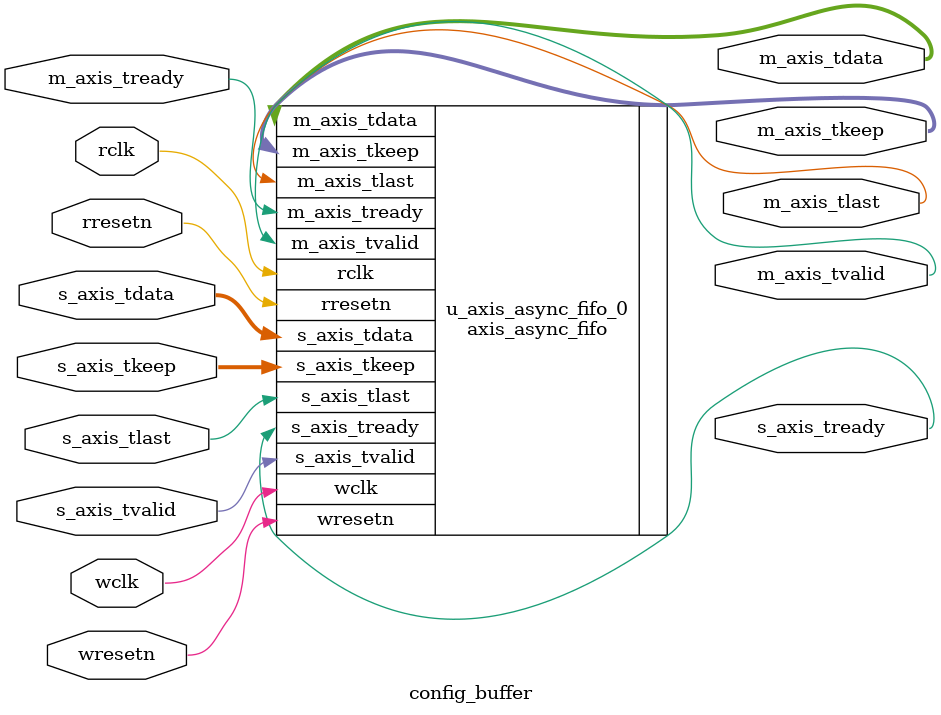
<source format=v>
/*******************************************************
** NAME: config_buffer
** DESC: buffer the configuration data from host
********************************************************/

`include "common.vh"

module config_buffer (
    wclk,
    wresetn,
    s_axis_tvalid,
    s_axis_tready,
    s_axis_tdata,
    s_axis_tkeep,
    s_axis_tlast,
    rclk,
    rresetn,
    m_axis_tvalid,
    m_axis_tready,
    m_axis_tdata,
    m_axis_tkeep,
    m_axis_tlast
);

//****** parameter ******//

parameter WWIDTH = 256;
parameter RWIDTH = 32;
parameter DEPTH  = 1024;

//****** interface ******//

input                  wclk;
input                  wresetn;
input                  s_axis_tvalid;
output                 s_axis_tready;
input     [WWIDTH-1:0] s_axis_tdata;
input [(WWIDTH/8)-1:0] s_axis_tkeep;
input                  s_axis_tlast;

input                   rclk;
input                   rresetn;
output                  m_axis_tvalid;
input                   m_axis_tready;
output     [WWIDTH-1:0] m_axis_tdata;
output [(WWIDTH/8)-1:0] m_axis_tkeep;
output                  m_axis_tlast;


//****** internal logic ******//

axis_async_fifo # (
    .WWIDTH  (WWIDTH),
    .RWIDTH  (RWIDTH),
    .DEPTH   (DEPTH)
) u_axis_async_fifo_0 (
    .wclk           (wclk),
    .wresetn        (wresetn),
    .s_axis_tvalid  (s_axis_tvalid),
    .s_axis_tready  (s_axis_tready),
    .s_axis_tdata   (s_axis_tdata),
    .s_axis_tkeep   (s_axis_tkeep),
    .s_axis_tlast   (s_axis_tlast),
    .rclk           (rclk),
    .rresetn        (rresetn),
    .m_axis_tvalid  (m_axis_tvalid),
    .m_axis_tready  (m_axis_tready),
    .m_axis_tdata   (m_axis_tdata),
    .m_axis_tkeep   (m_axis_tkeep),
    .m_axis_tlast   (m_axis_tlast)
);


endmodule
</source>
